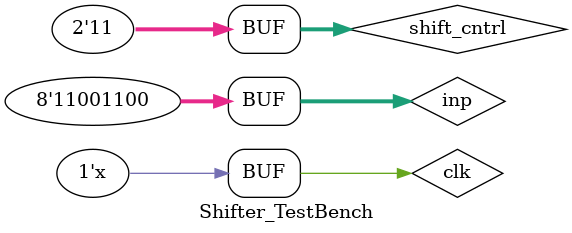
<source format=v>
module shifter (
  input [7:0] inp,
  input [1:0] shift_cntrl,
  output reg [15:0] shift_out
);


  always @(*) begin
    case(shift_cntrl)
      2'b00: shift_out = {8'b0000_0000, inp};
      2'b01: shift_out = {4'b0000, inp, 4'b0000};
      2'b10: shift_out = {inp, 8'b0000_0000};
      2'b11: shift_out = {8'b0000_0000, inp};
    endcase
  end

endmodule

// testbench
module Shifter_TestBench();

  reg [7:0] inp;
  reg [1:0] shift_cntrl;
  wire [15:0] shift_out;

  shifter DUT (
    .inp(inp),
    .shift_cntrl(shift_cntrl),
    .shift_out(shift_out)
  );
  reg clk;
  initial begin
    inp = 8'b1010_1100;    
    shift_cntrl = 2'b00;   
    clk = 0;
    #5;                   
  end

  // Toggle clock
  always #5 clk = ~clk;

  // Stimulus
  initial begin
    // Test case 1
    #10 inp = 8'b1111_0000;
    shift_cntrl = 2'b00;
    #10;

    // Test case 2
    inp = 8'b0101_0101;
    shift_cntrl = 2'b01;
    #10;

    // Test case 3
    inp = 8'b0011_0011;
    shift_cntrl = 2'b10;
    #10;

    // Test case 4
    inp = 8'b1100_1100;
    shift_cntrl = 2'b11;
    #10;

  end

endmodule

</source>
